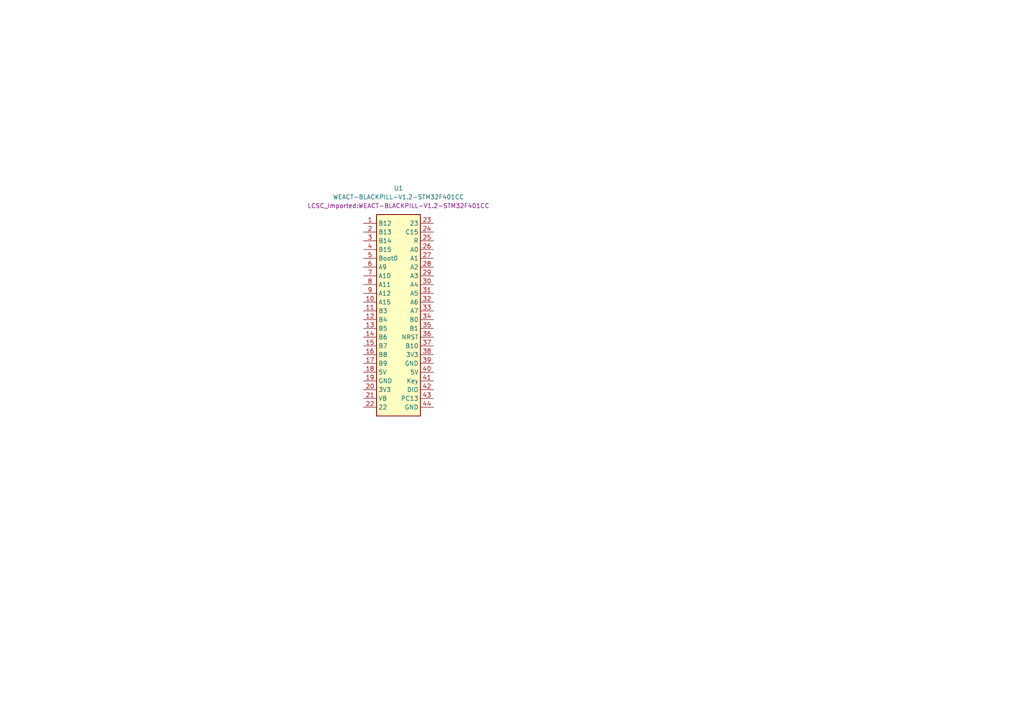
<source format=kicad_sch>
(kicad_sch (version 20250114) (generator "eeschema") (generator_version "9.0")
  (paper "A4")
  (lib_symbols
    (symbol "LCSC_Imported:WEACT-BLACKPILL-V1.2-STM32F401CC"
      (property "Reference" "U" (at 0 31.75 0))
      (property "Value" "WEACT-BLACKPILL-V1.2-STM32F401CC" (at 0 34.29 0))
      (property "Footprint" "LCSC_Imported:WEACT-BLACKPILL-V1.2-STM32F401CC" (at 0 36.83 0))
      (symbol "WEACT-BLACKPILL-V1.2-STM32F401CC_0_1"
        (rectangle (start -6.35 29.21) (end 6.35 -29.21) (stroke (width 0.254)) (fill (type background)))
      )
      (symbol "WEACT-BLACKPILL-V1.2-STM32F401CC_1_1"
        (pin passive line (at -10.16 26.67 0) (length 3.81) (name "B12") (number "1"))
        (pin passive line (at -10.16 24.13 0) (length 3.81) (name "B13") (number "2"))
        (pin passive line (at -10.16 21.59 0) (length 3.81) (name "B14") (number "3"))
        (pin passive line (at -10.16 19.05 0) (length 3.81) (name "B15") (number "4"))
        (pin passive line (at -10.16 16.51 0) (length 3.81) (name "Boot0") (number "5"))
        (pin passive line (at -10.16 13.97 0) (length 3.81) (name "A9") (number "6"))
        (pin passive line (at -10.16 11.43 0) (length 3.81) (name "A10") (number "7"))
        (pin passive line (at -10.16 8.89 0) (length 3.81) (name "A11") (number "8"))
        (pin passive line (at -10.16 6.35 0) (length 3.81) (name "A12") (number "9"))
        (pin passive line (at -10.16 3.81 0) (length 3.81) (name "A15") (number "10"))
        (pin passive line (at -10.16 1.27 0) (length 3.81) (name "B3") (number "11"))
        (pin passive line (at -10.16 -1.27 0) (length 3.81) (name "B4") (number "12"))
        (pin passive line (at -10.16 -3.81 0) (length 3.81) (name "B5") (number "13"))
        (pin passive line (at -10.16 -6.35 0) (length 3.81) (name "B6") (number "14"))
        (pin passive line (at -10.16 -8.89 0) (length 3.81) (name "B7") (number "15"))
        (pin passive line (at -10.16 -11.43 0) (length 3.81) (name "B8") (number "16"))
        (pin passive line (at -10.16 -13.97 0) (length 3.81) (name "B9") (number "17"))
        (pin passive line (at -10.16 -16.51 0) (length 3.81) (name "5V") (number "18"))
        (pin passive line (at -10.16 -19.05 0) (length 3.81) (name "GND") (number "19"))
        (pin passive line (at -10.16 -21.59 0) (length 3.81) (name "3V3") (number "20"))
        (pin passive line (at -10.16 -24.13 0) (length 3.81) (name "VB") (number "21"))
        (pin passive line (at -10.16 -26.67 0) (length 3.81) (name "22") (number "22"))
        (pin passive line (at 10.16 26.67 180) (length 3.81) (name "23") (number "23"))
        (pin passive line (at 10.16 24.13 180) (length 3.81) (name "C15") (number "24"))
        (pin passive line (at 10.16 21.59 180) (length 3.81) (name "R") (number "25"))
        (pin passive line (at 10.16 19.05 180) (length 3.81) (name "A0") (number "26"))
        (pin passive line (at 10.16 16.51 180) (length 3.81) (name "A1") (number "27"))
        (pin passive line (at 10.16 13.97 180) (length 3.81) (name "A2") (number "28"))
        (pin passive line (at 10.16 11.43 180) (length 3.81) (name "A3") (number "29"))
        (pin passive line (at 10.16 8.89 180) (length 3.81) (name "A4") (number "30"))
        (pin passive line (at 10.16 6.35 180) (length 3.81) (name "A5") (number "31"))
        (pin passive line (at 10.16 3.81 180) (length 3.81) (name "A6") (number "32"))
        (pin passive line (at 10.16 1.27 180) (length 3.81) (name "A7") (number "33"))
        (pin passive line (at 10.16 -1.27 180) (length 3.81) (name "B0") (number "34"))
        (pin passive line (at 10.16 -3.81 180) (length 3.81) (name "B1") (number "35"))
        (pin passive line (at 10.16 -6.35 180) (length 3.81) (name "NRST") (number "36"))
        (pin passive line (at 10.16 -8.89 180) (length 3.81) (name "B10") (number "37"))
        (pin passive line (at 10.16 -11.43 180) (length 3.81) (name "3V3") (number "38"))
        (pin passive line (at 10.16 -13.97 180) (length 3.81) (name "GND") (number "39"))
        (pin passive line (at 10.16 -16.51 180) (length 3.81) (name "5V") (number "40"))
        (pin passive line (at 10.16 -19.05 180) (length 3.81) (name "Key") (number "41"))
        (pin passive line (at 10.16 -21.59 180) (length 3.81) (name "DIO") (number "42"))
        (pin passive line (at 10.16 -24.13 180) (length 3.81) (name "PC13") (number "43"))
        (pin passive line (at 10.16 -26.67 180) (length 3.81) (name "GND") (number "44"))
      )
    )
  )
  (symbol (lib_id "LCSC_Imported:WEACT-BLACKPILL-V1.2-STM32F401CC") (at 115.57 91.44 0) (unit 1)
    (property "Reference" "U1" (at 115.57 54.61 0))
    (property "Value" "WEACT-BLACKPILL-V1.2-STM32F401CC" (at 115.57 57.15 0))
    (property "Footprint" "LCSC_Imported:WEACT-BLACKPILL-V1.2-STM32F401CC" (at 115.57 59.69 0))
    (property "Description" "Generated from footprint WEACT-BLACKPILL-V1.2-STM32F401CC" (effects (hide yes)))
  )
)
</source>
